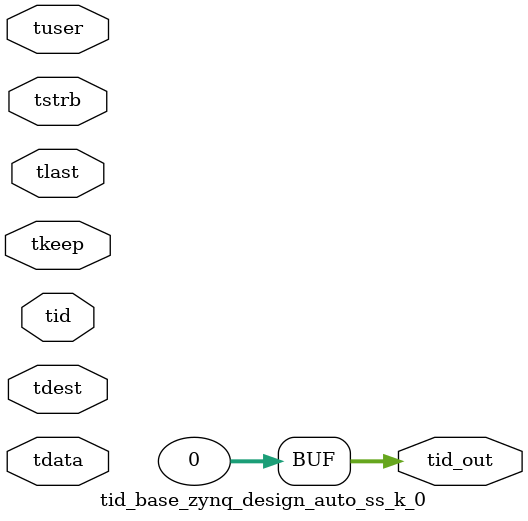
<source format=v>


`timescale 1ps/1ps

module tid_base_zynq_design_auto_ss_k_0 #
(
parameter C_S_AXIS_TID_WIDTH   = 1,
parameter C_S_AXIS_TUSER_WIDTH = 0,
parameter C_S_AXIS_TDATA_WIDTH = 0,
parameter C_S_AXIS_TDEST_WIDTH = 0,
parameter C_M_AXIS_TID_WIDTH   = 32
)
(
input  [(C_S_AXIS_TID_WIDTH   == 0 ? 1 : C_S_AXIS_TID_WIDTH)-1:0       ] tid,
input  [(C_S_AXIS_TDATA_WIDTH == 0 ? 1 : C_S_AXIS_TDATA_WIDTH)-1:0     ] tdata,
input  [(C_S_AXIS_TUSER_WIDTH == 0 ? 1 : C_S_AXIS_TUSER_WIDTH)-1:0     ] tuser,
input  [(C_S_AXIS_TDEST_WIDTH == 0 ? 1 : C_S_AXIS_TDEST_WIDTH)-1:0     ] tdest,
input  [(C_S_AXIS_TDATA_WIDTH/8)-1:0 ] tkeep,
input  [(C_S_AXIS_TDATA_WIDTH/8)-1:0 ] tstrb,
input                                                                    tlast,
output [(C_M_AXIS_TID_WIDTH   == 0 ? 1 : C_M_AXIS_TID_WIDTH)-1:0       ] tid_out
);

assign tid_out = {1'b0};

endmodule


</source>
